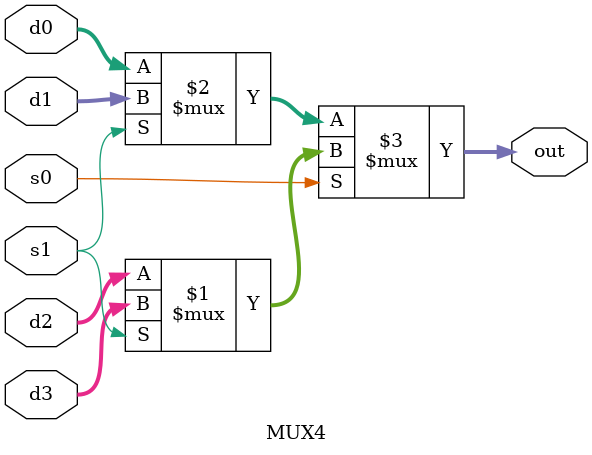
<source format=v>
module MUX4(s0, s1, d0, d1, d2, d3, out);
    parameter REG_BITS = 32;

    input s0, s1;
    input [REG_BITS-1:0] d0, d1, d2, d3;
    output [REG_BITS-1:0] out;

    assign out = s0? ( s1 ? d3 : d2 ) : ( s1 ? d1 : d0 );
    
endmodule

</source>
